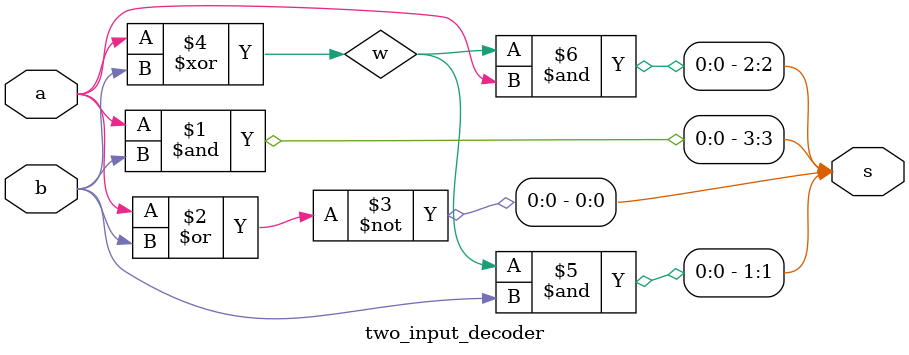
<source format=v>
`timescale 1ns / 1ps


module two_input_decoder(
    input a,
    input b,
    output [3:0] s 
    );
    
    and G1(s[3], a, b);
    nor G2(s[0], a, b);
    wire w;
    xor G3(w, a, b);
    and G4(s[1], w, b);
    and G5(s[2], w, a);
    
endmodule

</source>
